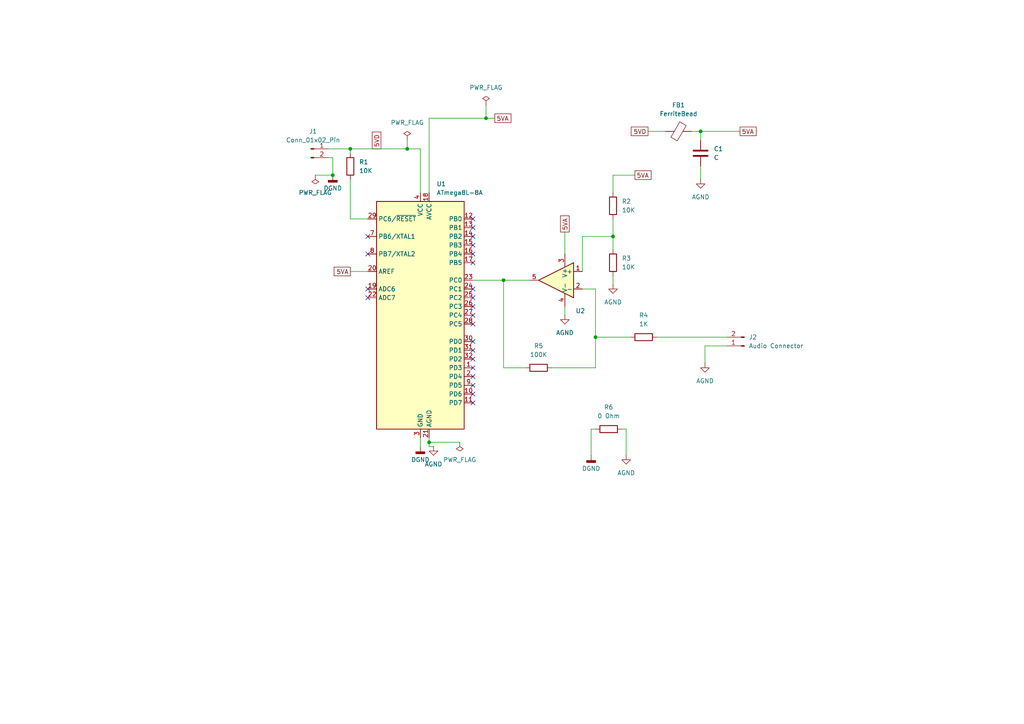
<source format=kicad_sch>
(kicad_sch (version 20250114) (generator "eeschema") (generator_version "9.0")
  (paper "A4")
  (lib_symbols
    (symbol "Connector:Conn_01x02_Pin" (pin_names (offset 1.016) (hide yes))
      (property "Reference" "J" (at 0 2.54 0))
      (property "Value" "Conn_01x02_Pin" (at 0 -5.08 0))
      (symbol "Conn_01x02_Pin_1_1"
        (rectangle (start 0.8636 0.127) (end 0 -0.127) (stroke (width 0.1524)) (fill (type outline)))
        (rectangle (start 0.8636 -2.413) (end 0 -2.667) (stroke (width 0.1524)) (fill (type outline)))
        (polyline (pts (xy 1.27 0) (xy 0.8636 0)) (stroke (width 0.1524)))
        (polyline (pts (xy 1.27 -2.54) (xy 0.8636 -2.54)) (stroke (width 0.1524)))
        (pin passive line (at 5.08 0 180) (length 3.81) (name "Pin_1") (number "1"))
        (pin passive line (at 5.08 -2.54 180) (length 3.81) (name "Pin_2") (number "2"))
      )
    )
    (symbol "Device:C" (pin_numbers (hide yes)) (pin_names (offset 0.254))
      (property "Reference" "C" (at 0.635 2.54 0))
      (property "Value" "C" (at 0.635 -2.54 0))
      (symbol "C_0_1"
        (polyline (pts (xy -2.032 0.762) (xy 2.032 0.762)) (stroke (width 0.508)))
        (polyline (pts (xy -2.032 -0.762) (xy 2.032 -0.762)) (stroke (width 0.508)))
      )
      (symbol "C_1_1"
        (pin passive line (at 0 3.81 270) (length 2.794) (name "~") (number "1"))
        (pin passive line (at 0 -3.81 90) (length 2.794) (name "~") (number "2"))
      )
    )
    (symbol "Device:FerriteBead" (pin_numbers (hide yes)) (pin_names (offset 0))
      (property "Reference" "FB" (at -3.81 0.635 90))
      (property "Value" "FerriteBead" (at 3.81 0 90))
      (symbol "FerriteBead_0_1"
        (polyline (pts (xy -2.7686 0.4064) (xy -1.7018 2.2606) (xy 2.7686 -0.3048) (xy 1.6764 -2.159) (xy -2.7686 0.4064)))
        (polyline (pts (xy 0 1.27) (xy 0 1.2954)))
        (polyline (pts (xy 0 -1.27) (xy 0 -1.2192)))
      )
      (symbol "FerriteBead_1_1"
        (pin passive line (at 0 3.81 270) (length 2.54) (name "~") (number "1"))
        (pin passive line (at 0 -3.81 90) (length 2.54) (name "~") (number "2"))
      )
    )
    (symbol "Device:R" (pin_numbers (hide yes)) (pin_names (offset 0))
      (property "Reference" "R" (at 2.032 0 90))
      (property "Value" "R" (at 0 0 90))
      (symbol "R_0_1"
        (rectangle (start -1.016 -2.54) (end 1.016 2.54) (stroke (width 0.254)))
      )
      (symbol "R_1_1"
        (pin passive line (at 0 3.81 270) (length 1.27) (name "~") (number "1"))
        (pin passive line (at 0 -3.81 90) (length 1.27) (name "~") (number "2"))
      )
    )
    (symbol "MCU_Microchip_ATmega:ATmega8L-8A"
      (property "Reference" "U" (at -12.7 34.29 0))
      (property "Value" "ATmega8L-8A" (at 5.08 -34.29 0))
      (symbol "ATmega8L-8A_0_1"
        (rectangle (start -12.7 -33.02) (end 12.7 33.02) (stroke (width 0.254)) (fill (type background)))
      )
      (symbol "ATmega8L-8A_1_1"
        (pin bidirectional line (at -15.24 27.94 0) (length 2.54) (name "PC6/~{RESET}") (number "29"))
        (pin bidirectional line (at -15.24 22.86 0) (length 2.54) (name "PB6/XTAL1") (number "7"))
        (pin bidirectional line (at -15.24 17.78 0) (length 2.54) (name "PB7/XTAL2") (number "8"))
        (pin passive line (at -15.24 12.7 0) (length 2.54) (name "AREF") (number "20"))
        (pin input line (at -15.24 7.62 0) (length 2.54) (name "ADC6") (number "19"))
        (pin input line (at -15.24 5.08 0) (length 2.54) (name "ADC7") (number "22"))
        (pin power_in line (at 0 35.56 270) (length 2.54) (name "VCC") (number "4"))
        (pin passive line (at 0 35.56 270) (length 2.54) (hide yes) (name "VCC") (number "6"))
        (pin power_in line (at 0 -35.56 90) (length 2.54) (name "GND") (number "3"))
        (pin passive line (at 0 -35.56 90) (length 2.54) (hide yes) (name "GND") (number "5"))
        (pin power_in line (at 2.54 35.56 270) (length 2.54) (name "AVCC") (number "18"))
        (pin power_in line (at 2.54 -35.56 90) (length 2.54) (name "AGND") (number "21"))
        (pin bidirectional line (at 15.24 27.94 180) (length 2.54) (name "PB0") (number "12"))
        (pin bidirectional line (at 15.24 25.4 180) (length 2.54) (name "PB1") (number "13"))
        (pin bidirectional line (at 15.24 22.86 180) (length 2.54) (name "PB2") (number "14"))
        (pin bidirectional line (at 15.24 20.32 180) (length 2.54) (name "PB3") (number "15"))
        (pin bidirectional line (at 15.24 17.78 180) (length 2.54) (name "PB4") (number "16"))
        (pin bidirectional line (at 15.24 15.24 180) (length 2.54) (name "PB5") (number "17"))
        (pin bidirectional line (at 15.24 10.16 180) (length 2.54) (name "PC0") (number "23"))
        (pin bidirectional line (at 15.24 7.62 180) (length 2.54) (name "PC1") (number "24"))
        (pin bidirectional line (at 15.24 5.08 180) (length 2.54) (name "PC2") (number "25"))
        (pin bidirectional line (at 15.24 2.54 180) (length 2.54) (name "PC3") (number "26"))
        (pin bidirectional line (at 15.24 0 180) (length 2.54) (name "PC4") (number "27"))
        (pin bidirectional line (at 15.24 -2.54 180) (length 2.54) (name "PC5") (number "28"))
        (pin bidirectional line (at 15.24 -7.62 180) (length 2.54) (name "PD0") (number "30"))
        (pin bidirectional line (at 15.24 -10.16 180) (length 2.54) (name "PD1") (number "31"))
        (pin bidirectional line (at 15.24 -12.7 180) (length 2.54) (name "PD2") (number "32"))
        (pin bidirectional line (at 15.24 -15.24 180) (length 2.54) (name "PD3") (number "1"))
        (pin bidirectional line (at 15.24 -17.78 180) (length 2.54) (name "PD4") (number "2"))
        (pin bidirectional line (at 15.24 -20.32 180) (length 2.54) (name "PD5") (number "9"))
        (pin bidirectional line (at 15.24 -22.86 180) (length 2.54) (name "PD6") (number "10"))
        (pin bidirectional line (at 15.24 -25.4 180) (length 2.54) (name "PD7") (number "11"))
      )
    )
    (symbol "Simulation_SPICE:OPAMP" (pin_names (offset 0.254))
      (property "Reference" "U" (at 3.81 3.175 0))
      (property "Value" "${SIM.PARAMS}" (at 3.81 -3.175 0))
      (symbol "OPAMP_0_1"
        (polyline (pts (xy 5.08 0) (xy -5.08 5.08) (xy -5.08 -5.08) (xy 5.08 0)) (stroke (width 0.254)) (fill (type background)))
      )
      (symbol "OPAMP_1_1"
        (pin input line (at -7.62 2.54 0) (length 2.54) (name "+") (number "1"))
        (pin input line (at -7.62 -2.54 0) (length 2.54) (name "-") (number "2"))
        (pin power_in line (at -2.54 7.62 270) (length 3.81) (name "V+") (number "3"))
        (pin power_in line (at -2.54 -7.62 90) (length 3.81) (name "V-") (number "4"))
        (pin output line (at 7.62 0 180) (length 2.54) (name "~") (number "5"))
      )
    )
    (symbol "power:GND" (power) (pin_numbers (hide yes)) (pin_names (offset 0) (hide yes))
      (property "Value" "GND" (at 0 -3.81 0))
      (symbol "GND_0_1"
        (polyline (pts (xy 0 0) (xy 0 -1.27) (xy 1.27 -1.27) (xy 0 -2.54) (xy -1.27 -1.27) (xy 0 -1.27)))
      )
      (symbol "GND_1_1"
        (pin power_in line (at 0 0 270) (length 0) (name "~") (number "1"))
      )
    )
    (symbol "power:GNDD" (power) (pin_numbers (hide yes)) (pin_names (offset 0) (hide yes))
      (property "Value" "GNDD" (at 0 -3.175 0))
      (symbol "GNDD_0_1"
        (rectangle (start -1.27 -1.524) (end 1.27 -2.032) (stroke (width 0.254)) (fill (type outline)))
        (polyline (pts (xy 0 0) (xy 0 -1.524)))
      )
      (symbol "GNDD_1_1"
        (pin power_in line (at 0 0 270) (length 0) (name "~") (number "1"))
      )
    )
    (symbol "power:PWR_FLAG" (power) (pin_numbers (hide yes)) (pin_names (offset 0) (hide yes))
      (property "Value" "PWR_FLAG" (at 0 3.81 0))
      (symbol "PWR_FLAG_0_0"
        (pin power_out line (at 0 0 90) (length 0) (name "~") (number "1"))
      )
      (symbol "PWR_FLAG_0_1"
        (polyline (pts (xy 0 0) (xy 0 1.27) (xy -1.016 1.905) (xy 0 2.54) (xy 1.016 1.905) (xy 0 1.27)))
      )
    )
  )
  (junction (at 118.11 43.18))
  (junction (at 177.8 68.58))
  (junction (at 124.46 128.27))
  (junction (at 140.97 34.29))
  (junction (at 96.52 50.8))
  (junction (at 172.72 97.79))
  (junction (at 146.05 81.28))
  (junction (at 203.2 38.1))
  (junction (at 101.6 43.18))
  (no_connect (at 106.68 73.66))
  (no_connect (at 137.16 109.22))
  (no_connect (at 137.16 73.66))
  (no_connect (at 137.16 106.68))
  (no_connect (at 137.16 101.6))
  (no_connect (at 137.16 111.76))
  (no_connect (at 137.16 91.44))
  (no_connect (at 137.16 86.36))
  (no_connect (at 137.16 114.3))
  (no_connect (at 137.16 116.84))
  (no_connect (at 137.16 76.2))
  (no_connect (at 137.16 83.82))
  (no_connect (at 106.68 83.82))
  (no_connect (at 137.16 66.04))
  (no_connect (at 137.16 71.12))
  (no_connect (at 137.16 93.98))
  (no_connect (at 137.16 99.06))
  (no_connect (at 137.16 63.5))
  (no_connect (at 106.68 68.58))
  (no_connect (at 106.68 86.36))
  (no_connect (at 137.16 68.58))
  (no_connect (at 137.16 104.14))
  (no_connect (at 137.16 88.9))
  (wire (pts (xy 152.4 106.68) (xy 146.05 106.68)))
  (wire (pts (xy 96.52 45.72) (xy 96.52 50.8)))
  (wire (pts (xy 124.46 128.27) (xy 124.46 129.54)))
  (wire (pts (xy 133.35 128.27) (xy 124.46 128.27)))
  (wire (pts (xy 163.83 67.31) (xy 163.83 73.66)))
  (wire (pts (xy 95.25 45.72) (xy 96.52 45.72)))
  (wire (pts (xy 118.11 43.18) (xy 121.92 43.18)))
  (wire (pts (xy 190.5 97.79) (xy 210.82 97.79)))
  (wire (pts (xy 204.47 100.33) (xy 210.82 100.33)))
  (wire (pts (xy 95.25 43.18) (xy 101.6 43.18)))
  (wire (pts (xy 124.46 129.54) (xy 125.73 129.54)))
  (wire (pts (xy 181.61 124.46) (xy 181.61 132.08)))
  (wire (pts (xy 180.34 124.46) (xy 181.61 124.46)))
  (wire (pts (xy 200.66 38.1) (xy 203.2 38.1)))
  (wire (pts (xy 101.6 44.45) (xy 101.6 43.18)))
  (wire (pts (xy 177.8 80.01) (xy 177.8 82.55)))
  (wire (pts (xy 177.8 68.58) (xy 177.8 72.39)))
  (wire (pts (xy 204.47 105.41) (xy 204.47 100.33)))
  (wire (pts (xy 172.72 83.82) (xy 172.72 97.79)))
  (wire (pts (xy 121.92 127) (xy 121.92 129.54)))
  (wire (pts (xy 171.45 124.46) (xy 172.72 124.46)))
  (wire (pts (xy 160.02 106.68) (xy 172.72 106.68)))
  (wire (pts (xy 124.46 55.88) (xy 124.46 34.29)))
  (wire (pts (xy 146.05 81.28) (xy 153.67 81.28)))
  (wire (pts (xy 187.96 38.1) (xy 193.04 38.1)))
  (wire (pts (xy 177.8 55.88) (xy 177.8 50.8)))
  (wire (pts (xy 137.16 81.28) (xy 146.05 81.28)))
  (wire (pts (xy 177.8 50.8) (xy 184.15 50.8)))
  (wire (pts (xy 101.6 52.07) (xy 101.6 63.5)))
  (wire (pts (xy 171.45 132.08) (xy 171.45 124.46)))
  (wire (pts (xy 121.92 43.18) (xy 121.92 55.88)))
  (wire (pts (xy 203.2 38.1) (xy 214.63 38.1)))
  (wire (pts (xy 172.72 106.68) (xy 172.72 97.79)))
  (wire (pts (xy 101.6 63.5) (xy 106.68 63.5)))
  (wire (pts (xy 203.2 48.26) (xy 203.2 52.07)))
  (wire (pts (xy 168.91 78.74) (xy 168.91 68.58)))
  (wire (pts (xy 177.8 63.5) (xy 177.8 68.58)))
  (wire (pts (xy 163.83 88.9) (xy 163.83 91.44)))
  (wire (pts (xy 124.46 127) (xy 124.46 128.27)))
  (wire (pts (xy 101.6 78.74) (xy 106.68 78.74)))
  (wire (pts (xy 168.91 83.82) (xy 172.72 83.82)))
  (wire (pts (xy 172.72 97.79) (xy 182.88 97.79)))
  (wire (pts (xy 124.46 34.29) (xy 140.97 34.29)))
  (wire (pts (xy 140.97 34.29) (xy 143.51 34.29)))
  (wire (pts (xy 203.2 38.1) (xy 203.2 40.64)))
  (wire (pts (xy 168.91 68.58) (xy 177.8 68.58)))
  (wire (pts (xy 118.11 40.64) (xy 118.11 43.18)))
  (wire (pts (xy 140.97 30.48) (xy 140.97 34.29)))
  (wire (pts (xy 101.6 43.18) (xy 118.11 43.18)))
  (wire (pts (xy 146.05 106.68) (xy 146.05 81.28)))
  (wire (pts (xy 91.44 50.8) (xy 96.52 50.8)))
  (global_label "5VA" (shape passive) (at 163.83 67.31 90) (property "Intersheetrefs" "${INTERSHEET_REFS}" (effects (hide yes))))
  (global_label "5VD" (shape passive) (at 109.22 43.18 90) (property "Intersheetrefs" "${INTERSHEET_REFS}" (effects (hide yes))))
  (global_label "5VA" (shape passive) (at 214.63 38.1 0) (property "Intersheetrefs" "${INTERSHEET_REFS}" (effects (hide yes))))
  (global_label "5VD" (shape passive) (at 187.96 38.1 180) (property "Intersheetrefs" "${INTERSHEET_REFS}" (effects (hide yes))))
  (global_label "5VA" (shape passive) (at 184.15 50.8 0) (property "Intersheetrefs" "${INTERSHEET_REFS}" (effects (hide yes))))
  (global_label "5VA" (shape passive) (at 143.51 34.29 0) (property "Intersheetrefs" "${INTERSHEET_REFS}" (effects (hide yes))))
  (global_label "5VA" (shape passive) (at 101.6 78.74 180) (property "Intersheetrefs" "${INTERSHEET_REFS}" (effects (hide yes))))
  (symbol (lib_id "power:PWR_FLAG") (at 118.11 40.64 0) (unit 1)
    (property "Reference" "#FLG04" (effects (hide yes)))
    (property "Value" "PWR_FLAG" (at 118.11 35.56 0))
    (property "Description" "Special symbol for telling ERC where power comes from" (effects (hide yes)))
  )
  (symbol (lib_id "Device:R") (at 101.6 48.26 0) (unit 1)
    (property "Reference" "R1" (at 104.14 46.9899 0) (effects (justify left)))
    (property "Value" "10K" (at 104.14 49.5299 0) (effects (justify left)))
    (property "Footprint" "Resistor_SMD:R_0603_1608Metric" (effects (hide yes)))
    (property "Description" "Resistor" (effects (hide yes)))
  )
  (symbol (lib_id "power:GNDD") (at 96.52 50.8 0) (unit 1)
    (property "Reference" "#PWR01" (effects (hide yes)))
    (property "Value" "DGND" (at 96.52 54.61 0))
    (property "Description" "Power symbol creates a global label with name \"GNDD\" , digital ground" (effects (hide yes)))
  )
  (symbol (lib_id "Device:C") (at 203.2 44.45 0) (unit 1)
    (property "Reference" "C1" (at 207.01 43.1799 0) (effects (justify left)))
    (property "Value" "C" (at 207.01 45.7199 0) (effects (justify left)))
    (property "Footprint" "Capacitor_SMD:C_0603_1608Metric" (effects (hide yes)))
    (property "Description" "Unpolarized capacitor" (effects (hide yes)))
  )
  (symbol (lib_id "Simulation_SPICE:OPAMP") (at 161.29 81.28 0) (mirror y) (unit 1)
    (property "Reference" "U2" (at 166.9481 90.17 0) (effects (justify right)))
    (property "Value" "${SIM.PARAMS}" (at 166.9481 87.63 0) (effects (justify right)))
    (property "Footprint" "Package_SO:SOIC-8_3.9x4.9mm_P1.27mm" (effects (hide yes)))
    (property "Datasheet" "https://ngspice.sourceforge.io/docs/ngspice-html-manual/manual.xhtml#sec__SUBCKT_Subcircuits" (effects (hide yes)))
    (property "Description" "Operational amplifier, single" (effects (hide yes)))
    (property "Sim.Pins" "1=in+ 2=in- 3=vcc 4=vee 5=out" (effects (hide yes)))
    (property "Sim.Device" "SUBCKT" (effects (hide yes)))
    (property "Sim.Library" "${KICAD9_SYMBOL_DIR}/Simulation_SPICE.sp" (effects (hide yes)))
    (property "Sim.Name" "kicad_builtin_opamp" (effects (hide yes)))
  )
  (symbol (lib_id "power:GND") (at 177.8 82.55 0) (unit 1)
    (property "Reference" "#PWR07" (effects (hide yes)))
    (property "Value" "AGND" (at 177.8 87.63 0))
    (property "Description" "Power symbol creates a global label with name \"GND\" , ground" (effects (hide yes)))
  )
  (symbol (lib_id "power:GND") (at 181.61 132.08 0) (unit 1)
    (property "Reference" "#PWR09" (effects (hide yes)))
    (property "Value" "AGND" (at 181.61 137.16 0))
    (property "Description" "Power symbol creates a global label with name \"GND\" , ground" (effects (hide yes)))
  )
  (symbol (lib_id "power:PWR_FLAG") (at 140.97 30.48 0) (unit 1)
    (property "Reference" "#FLG02" (effects (hide yes)))
    (property "Value" "PWR_FLAG" (at 140.97 25.4 0))
    (property "Description" "Special symbol for telling ERC where power comes from" (effects (hide yes)))
  )
  (symbol (lib_id "power:PWR_FLAG") (at 133.35 128.27 180) (unit 1)
    (property "Reference" "#FLG03" (effects (hide yes)))
    (property "Value" "PWR_FLAG" (at 133.35 133.35 0))
    (property "Description" "Special symbol for telling ERC where power comes from" (effects (hide yes)))
  )
  (symbol (lib_id "power:PWR_FLAG") (at 91.44 50.8 180) (unit 1)
    (property "Reference" "#FLG01" (effects (hide yes)))
    (property "Value" "PWR_FLAG" (at 91.44 55.88 0))
    (property "Description" "Special symbol for telling ERC where power comes from" (effects (hide yes)))
  )
  (symbol (lib_id "power:GNDD") (at 171.45 132.08 0) (unit 1)
    (property "Reference" "#PWR08" (effects (hide yes)))
    (property "Value" "DGND" (at 171.45 135.89 0))
    (property "Description" "Power symbol creates a global label with name \"GNDD\" , digital ground" (effects (hide yes)))
  )
  (symbol (lib_id "Device:R") (at 177.8 59.69 0) (unit 1)
    (property "Reference" "R2" (at 180.34 58.4199 0) (effects (justify left)))
    (property "Value" "10K" (at 180.34 60.9599 0) (effects (justify left)))
    (property "Footprint" "Resistor_SMD:R_0603_1608Metric" (effects (hide yes)))
    (property "Description" "Resistor" (effects (hide yes)))
  )
  (symbol (lib_id "power:GND") (at 203.2 52.07 0) (unit 1)
    (property "Reference" "#PWR04" (effects (hide yes)))
    (property "Value" "AGND" (at 203.2 57.15 0))
    (property "Description" "Power symbol creates a global label with name \"GND\" , ground" (effects (hide yes)))
  )
  (symbol (lib_id "Connector:Conn_01x02_Pin") (at 215.9 100.33 180) (unit 1)
    (property "Reference" "J2" (at 217.17 97.7899 0) (effects (justify right)))
    (property "Value" "Audio Connector" (at 217.17 100.3299 0) (effects (justify right)))
    (property "Footprint" "Connector_PinHeader_2.54mm:PinHeader_1x02_P2.54mm_Vertical" (effects (hide yes)))
    (property "Description" "Generic connector, single row, 01x02, script generated" (effects (hide yes)))
  )
  (symbol (lib_id "Device:R") (at 177.8 76.2 0) (unit 1)
    (property "Reference" "R3" (at 180.34 74.9299 0) (effects (justify left)))
    (property "Value" "10K" (at 180.34 77.4699 0) (effects (justify left)))
    (property "Footprint" "Resistor_SMD:R_0603_1608Metric" (effects (hide yes)))
    (property "Description" "Resistor" (effects (hide yes)))
  )
  (symbol (lib_id "Device:FerriteBead") (at 196.85 38.1 90) (unit 1)
    (property "Reference" "FB1" (at 196.7992 30.48 90))
    (property "Value" "FerriteBead" (at 196.7992 33.02 90))
    (property "Footprint" "Inductor_SMD:L_0603_1608Metric" (effects (hide yes)))
    (property "Description" "Ferrite bead" (effects (hide yes)))
  )
  (symbol (lib_id "Device:R") (at 186.69 97.79 90) (unit 1)
    (property "Reference" "R4" (at 186.69 91.44 90))
    (property "Value" "1K" (at 186.69 93.98 90))
    (property "Footprint" "Resistor_SMD:R_0603_1608Metric" (effects (hide yes)))
    (property "Description" "Resistor" (effects (hide yes)))
  )
  (symbol (lib_id "power:GNDD") (at 121.92 129.54 0) (unit 1)
    (property "Reference" "#PWR02" (effects (hide yes)))
    (property "Value" "DGND" (at 121.92 133.35 0))
    (property "Description" "Power symbol creates a global label with name \"GNDD\" , digital ground" (effects (hide yes)))
  )
  (symbol (lib_id "Device:R") (at 176.53 124.46 90) (unit 1)
    (property "Reference" "R6" (at 176.53 118.11 90))
    (property "Value" "0 Ohm" (at 176.53 120.65 90))
    (property "Footprint" "Resistor_SMD:R_0603_1608Metric" (effects (hide yes)))
    (property "Description" "Resistor" (effects (hide yes)))
  )
  (symbol (lib_id "Device:R") (at 156.21 106.68 90) (unit 1)
    (property "Reference" "R5" (at 156.21 100.33 90))
    (property "Value" "100K" (at 156.21 102.87 90))
    (property "Footprint" "Resistor_SMD:R_0603_1608Metric" (effects (hide yes)))
    (property "Description" "Resistor" (effects (hide yes)))
  )
  (symbol (lib_id "power:GND") (at 125.73 129.54 0) (unit 1)
    (property "Reference" "#PWR03" (effects (hide yes)))
    (property "Value" "AGND" (at 125.73 134.62 0))
    (property "Description" "Power symbol creates a global label with name \"GND\" , ground" (effects (hide yes)))
  )
  (symbol (lib_id "power:GND") (at 163.83 91.44 0) (unit 1)
    (property "Reference" "#PWR05" (effects (hide yes)))
    (property "Value" "AGND" (at 163.83 96.52 0))
    (property "Description" "Power symbol creates a global label with name \"GND\" , ground" (effects (hide yes)))
  )
  (symbol (lib_id "MCU_Microchip_ATmega:ATmega8L-8A") (at 121.92 91.44 0) (unit 1)
    (property "Reference" "U1" (at 126.6033 53.34 0) (effects (justify left)))
    (property "Value" "ATmega8L-8A" (at 126.6033 55.88 0) (effects (justify left)))
    (property "Footprint" "Package_QFP:TQFP-32_7x7mm_P0.8mm" (effects (hide yes)))
    (property "Datasheet" "http://ww1.microchip.com/downloads/en/DeviceDoc/atmel-2486-8-bit-avr-microcontroller-atmega8_l_datasheet.pdf" (effects (hide yes)))
    (property "Description" "8MHz, 8kB Flash, 1kB SRAM, 512B EEPROM, TQFP-32" (effects (hide yes)))
  )
  (symbol (lib_id "Connector:Conn_01x02_Pin") (at 90.17 43.18 0) (unit 1)
    (property "Reference" "J1" (at 90.805 38.1 0))
    (property "Value" "Conn_01x02_Pin" (at 90.805 40.64 0))
    (property "Footprint" "Connector_PinHeader_2.54mm:PinHeader_1x02_P2.54mm_Vertical" (effects (hide yes)))
    (property "Description" "Generic connector, single row, 01x02, script generated" (effects (hide yes)))
  )
  (symbol (lib_id "power:GND") (at 204.47 105.41 0) (unit 1)
    (property "Reference" "#PWR06" (effects (hide yes)))
    (property "Value" "AGND" (at 204.47 110.49 0))
    (property "Description" "Power symbol creates a global label with name \"GND\" , ground" (effects (hide yes)))
  )
)
</source>
